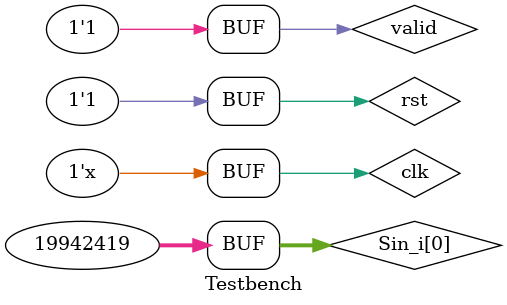
<source format=v>
`timescale 1ns/1ns
`include "TOP.v"
module Testbench;

reg clk,rst,valid;
reg [31:0] ramword [0:63];
wire [9:0] addr;
reg [9:0] addr_reg;
reg [31:0] Sin_i [0:19];
reg [31:0] Sin_i_r;
wire[31:0] Data;
wire CS,WR,ready;

always #10 clk = ~clk;
assign Data = ((!WR)&CS)?ramword[addr[5:0]]:32'bz;

initial begin
    //template
    ramword[0] = {{2{1'b0}},10'd0, 10'd0, 10'd0};
    ramword[1] = {{2{1'b0}},10'd1, 10'd1, 10'd1};
    ramword[2] = {{2{1'b0}},10'd2, 10'd2, 10'd2};
    ramword[3] = {{2{1'b0}},10'd3, 10'd3, 10'd3};
    ramword[4] = {{2{1'b0}},10'd4, 10'd4, 10'd4};
    ramword[5] = {{2{1'b0}},10'd5, 10'd5, 10'd5};
    ramword[6] = {{2{1'b0}},10'd6, 10'd6, 10'd6};
    ramword[7] = {{2{1'b0}},10'd7, 10'd7, 10'd7};
    ramword[8] = {{2{1'b0}},10'd8, 10'd8, 10'd8};
    ramword[9] = {{2{1'b0}},10'd9, 10'd9, 10'd9};
    ramword[10] = {{2{1'b0}},10'd10, 10'd10, 10'd10};
    ramword[11] = {{2{1'b0}},10'd11, 10'd11, 10'd11};
    ramword[12] = {{2{1'b0}},10'd12, 10'd12, 10'd12};
    ramword[13] = {{2{1'b0}},10'd13, 10'd13, 10'd13};
    ramword[14] = {{2{1'b0}},10'd14, 10'd14, 10'd14};
    ramword[15] = {{2{1'b0}},10'd15, 10'd15, 10'd15};
    ramword[16] = {{2{1'b0}},10'd16, 10'd16, 10'd16};
    ramword[17] = {{2{1'b0}},10'd17, 10'd17, 10'd17};
    ramword[18] = {{2{1'b0}},10'd18, 10'd18, 10'd18};
    ramword[19] = {{2{1'b0}},10'd19, 10'd19, 10'd19};
    //input
    Sin_i[19] = {{2{1'b0}},10'd0, 10'd0, 10'd0};
    Sin_i[18] = {{2{1'b0}},10'd1, 10'd1, 10'd1};
    Sin_i[17] = {{2{1'b0}},10'd2, 10'd2, 10'd2};
    Sin_i[16] = {{2{1'b0}},10'd3, 10'd3, 10'd3};
    Sin_i[15] = {{2{1'b0}},10'd4, 10'd4, 10'd4};
    Sin_i[14] = {{2{1'b0}},10'd5, 10'd5, 10'd5};
    Sin_i[13] = {{2{1'b0}},10'd6, 10'd6, 10'd6};
    Sin_i[12] = {{2{1'b0}},10'd7, 10'd7, 10'd7};
    Sin_i[11] = {{2{1'b0}},10'd8, 10'd8, 10'd8};
    Sin_i[10] = {{2{1'b0}},10'd9, 10'd9, 10'd9};
    Sin_i[9] = {{2{1'b0}},10'd10, 10'd10, 10'd10};
    Sin_i[8] = {{2{1'b0}},10'd11, 10'd11, 10'd11};
    Sin_i[7] = {{2{1'b0}},10'd12, 10'd12, 10'd12};
    Sin_i[6] = {{2{1'b0}},10'd13, 10'd13, 10'd13};
    Sin_i[5] = {{2{1'b0}},10'd14, 10'd14, 10'd14};
    Sin_i[4] = {{2{1'b0}},10'd15, 10'd15, 10'd15};
    Sin_i[3] = {{2{1'b0}},10'd16, 10'd16, 10'd16};
    Sin_i[2] = {{2{1'b0}},10'd17, 10'd17, 10'd17};
    Sin_i[1] = {{2{1'b0}},10'd18, 10'd18, 10'd18};
    Sin_i[0] = {{2{1'b0}},10'd19, 10'd19, 10'd19};

    //clk&rst
    clk = 1'b0;
    rst = 1'b1;
    valid = 1'b1;
    #15 rst = 1'b0;
    #15 rst = 1'b1;   
end

always @(posedge clk) begin
    Sin_i_r   <= Sin_i[19];
    Sin_i[19] <= Sin_i[18];
    Sin_i[18] <= Sin_i[17];
    Sin_i[17] <= Sin_i[16];
    Sin_i[16] <= Sin_i[15];
    Sin_i[15] <= Sin_i[14];
    Sin_i[14] <= Sin_i[13];
    Sin_i[13] <= Sin_i[12];
    Sin_i[12] <= Sin_i[11];
    Sin_i[11] <= Sin_i[10];
    Sin_i[10] <= Sin_i[9];
    Sin_i[9] <= Sin_i[8];
    Sin_i[8] <= Sin_i[7];
    Sin_i[7] <= Sin_i[6];
    Sin_i[6] <= Sin_i[5];
    Sin_i[5] <= Sin_i[4];
    Sin_i[4] <= Sin_i[3];
    Sin_i[3] <= Sin_i[2];
    Sin_i[2] <= Sin_i[1];
    Sin_i[1] <= Sin_i[0];
    //Sin_i[0] <= ;
    addr_reg <= addr;
    if(WR&CS)  ramword[addr[5:0]] <= Data;
end

TOP UUT(
    .clk_i(clk),
    .rst_i(rst), 
    .valid_i(valid),
    .Sin_i(Sin_i_r),      
    .Data(Data),
    .addr_o(addr),  
    .WR_o(WR),
    .CS_o(CS),
    .ready_o(ready)
);

endmodule
</source>
